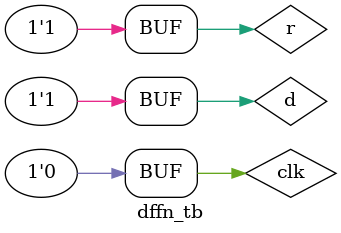
<source format=v>
`timescale 1ns/1ns
module dffn(q,clk,d,r);
	input d, clk, r ; 
	output q;

	reg q;

	//always @ ( posedge clk )
	//if (~r) begin
	  //q <= 1'b0;
	//end  else begin
	  //q <= d;
	//end
	always @ (negedge clk )
	if (~r) begin
	q <= 1'b0;
	end else begin
	q <= d;
	end
endmodule 

module dffn_tb;
	wire q;
	reg d,clk,r;
	dffn dffn(q, clk, d,r );
	initial
		begin
	 $monitor(q, d, clk, r,);
//   #3 d=1'b0; clk=1'b0;   #5 d=1'b0; clk=1'b1; #3 d=1'b0; clk=1'b1;   #5 d=1'b0; clk=1'b0;
	//  #3 d=1'b0; #2 d=1'b1; #3 d=1'b0; #2 d=1'b1;#2 clk=1'b0; #2 clk=1'b1;#2 clk=1'b0;#2 clk=1'b1;
   #0 d=1'b1;clk=1'b1;r=1'b1;
	#5 d=1'b1;clk=1'b0;r=1'b1;
	#5 d=1'b0;clk=1'b1;r=1'b1;
	#5 d=1'b0;clk=1'b0;r=1'b1;
	#5 d=1'b1;clk=1'b1;r=1'b1;
	#5 d=1'b1;clk=1'b0;r=1'b1;
	//#3 d=1'b1;#3 d=1'b0;#3 d=1'b1;#3 d=1'b0;#3 d=1'b1;#3 d=1'b0;
	//#2 clk=1'b1;#2 clk=1'b0;#2 clk=1'b1;#2 clk=1'b0;#2 clk=1'b1;
	//#5 r=1'b1;#5 r=1'b0;#5 r=1'b1;#5 r=1'b0;#5 r=1'b1;
	end
	always @( d or clk or r)
#1 $display("t=%t",$time," d=%b",d," clk=%b",clk," r=%b",r);
endmodule
 

</source>
